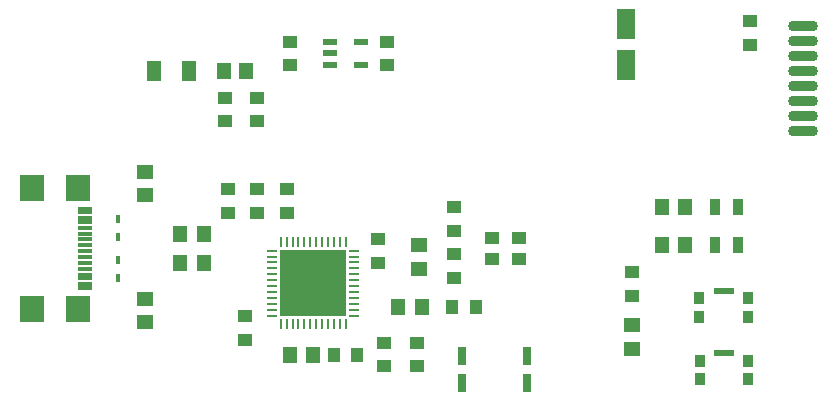
<source format=gtp>
G04*
G04 #@! TF.GenerationSoftware,Altium Limited,Altium Designer,25.8.1 (18)*
G04*
G04 Layer_Color=8421504*
%FSLAX44Y44*%
%MOMM*%
G71*
G04*
G04 #@! TF.SameCoordinates,5983EDC3-4ECE-46C9-A552-0EA99BB4F25C*
G04*
G04*
G04 #@! TF.FilePolarity,Positive*
G04*
G01*
G75*
%ADD16O,0.9000X0.2500*%
%ADD17O,0.2500X0.9000*%
%ADD18R,5.6000X5.6000*%
%ADD19R,1.2500X1.0000*%
%ADD20R,0.7000X1.6000*%
%ADD21R,1.2000X1.4500*%
%ADD22R,1.3000X1.1000*%
%ADD23R,1.4500X1.2000*%
%ADD24R,0.9500X1.4000*%
%ADD25O,2.5400X0.9000*%
%ADD26R,0.9000X1.0000*%
%ADD27R,1.1500X0.3000*%
%ADD28R,0.4200X0.6400*%
%ADD29R,1.0000X1.2500*%
%ADD30R,1.7000X0.5500*%
%ADD31R,1.1500X0.6000*%
%ADD32R,1.6000X2.5000*%
%ADD33R,2.0000X2.1800*%
%ADD34R,1.1700X1.8200*%
%ADD35R,1.1500X1.4500*%
D16*
X1067000Y500500D02*
D03*
Y515500D02*
D03*
Y495500D02*
D03*
X998000Y485500D02*
D03*
X1067000Y525500D02*
D03*
Y485500D02*
D03*
X998000Y495500D02*
D03*
Y500500D02*
D03*
Y510500D02*
D03*
Y515500D02*
D03*
Y520500D02*
D03*
Y525500D02*
D03*
Y530500D02*
D03*
Y535500D02*
D03*
Y540500D02*
D03*
X1067000D02*
D03*
Y535500D02*
D03*
Y530500D02*
D03*
Y510500D02*
D03*
Y505500D02*
D03*
Y490500D02*
D03*
X998000D02*
D03*
X1067000Y520500D02*
D03*
X998000Y505500D02*
D03*
D17*
X1040000Y478500D02*
D03*
X1060000D02*
D03*
X1005000Y547500D02*
D03*
X1050000Y478500D02*
D03*
X1045000D02*
D03*
X1035000D02*
D03*
X1030000D02*
D03*
X1025000D02*
D03*
X1020000D02*
D03*
X1015000D02*
D03*
X1010000D02*
D03*
X1005000D02*
D03*
X1015000Y547500D02*
D03*
X1020000D02*
D03*
X1025000D02*
D03*
X1030000D02*
D03*
X1035000D02*
D03*
X1040000D02*
D03*
X1045000D02*
D03*
X1050000D02*
D03*
X1055000D02*
D03*
X1060000D02*
D03*
X1010000D02*
D03*
X1055000Y478500D02*
D03*
D18*
X1032500Y513000D02*
D03*
D19*
X1120000Y462500D02*
D03*
X1152000Y517500D02*
D03*
X1302500Y502500D02*
D03*
X1010000Y572500D02*
D03*
X975000Y485000D02*
D03*
X960000Y592500D02*
D03*
X957500Y650000D02*
D03*
X1010000Y592500D02*
D03*
X985000D02*
D03*
X985000Y650000D02*
D03*
X1012500Y697500D02*
D03*
X1120000Y442500D02*
D03*
X1092500D02*
D03*
X1302500Y522500D02*
D03*
X1087500Y530000D02*
D03*
X1152000Y537500D02*
D03*
X1095000Y697500D02*
D03*
X1152000Y577500D02*
D03*
X1402500Y715000D02*
D03*
X975000Y465000D02*
D03*
X960000Y572500D02*
D03*
X985000D02*
D03*
X1092500Y462500D02*
D03*
X1095000Y717500D02*
D03*
X1402500Y735000D02*
D03*
X1087500Y550000D02*
D03*
X985000Y670000D02*
D03*
X957500Y670000D02*
D03*
X1012500Y717500D02*
D03*
X1152000Y557500D02*
D03*
D20*
X1158500Y428500D02*
D03*
X1213500Y451500D02*
D03*
X1158500D02*
D03*
X1213500Y428500D02*
D03*
D21*
X1104500Y492500D02*
D03*
X940000Y555000D02*
D03*
Y530000D02*
D03*
X1032500Y452500D02*
D03*
X1012500D02*
D03*
X1327500Y545000D02*
D03*
Y577500D02*
D03*
X920000Y555000D02*
D03*
Y530000D02*
D03*
X1347500Y545000D02*
D03*
Y577500D02*
D03*
X1124500Y492500D02*
D03*
D22*
X1183500Y533500D02*
D03*
Y551500D02*
D03*
X1206500Y533500D02*
D03*
Y551500D02*
D03*
D23*
X1122500Y525000D02*
D03*
X1302500Y477500D02*
D03*
X890000Y480000D02*
D03*
Y607500D02*
D03*
X1302500Y457500D02*
D03*
X890000Y587500D02*
D03*
Y500000D02*
D03*
X1122500Y545000D02*
D03*
D24*
X1392000Y577500D02*
D03*
Y545000D02*
D03*
X1373000D02*
D03*
Y577500D02*
D03*
D25*
X1447500Y680000D02*
D03*
Y654600D02*
D03*
Y667300D02*
D03*
Y705400D02*
D03*
Y641900D02*
D03*
Y692700D02*
D03*
Y718100D02*
D03*
Y730800D02*
D03*
D26*
X1359500Y484500D02*
D03*
X1360000Y431500D02*
D03*
X1359500Y500500D02*
D03*
X1400500D02*
D03*
X1360000Y447500D02*
D03*
X1400500Y484500D02*
D03*
X1401000Y431500D02*
D03*
Y447500D02*
D03*
D27*
X839280Y509000D02*
D03*
Y512000D02*
D03*
Y576000D02*
D03*
Y573000D02*
D03*
Y550000D02*
D03*
Y540000D02*
D03*
Y565000D02*
D03*
Y560000D02*
D03*
Y535000D02*
D03*
Y525000D02*
D03*
Y520000D02*
D03*
Y517000D02*
D03*
Y530000D02*
D03*
Y545000D02*
D03*
Y555000D02*
D03*
Y568000D02*
D03*
D28*
X867500Y517500D02*
D03*
Y567500D02*
D03*
Y552500D02*
D03*
Y532500D02*
D03*
D29*
X1050000Y452500D02*
D03*
X1170000Y492500D02*
D03*
X1070000Y452500D02*
D03*
X1150000Y492500D02*
D03*
D30*
X1380500Y453750D02*
D03*
X1380000Y506750D02*
D03*
D31*
X1047000Y707500D02*
D03*
X1073000Y717000D02*
D03*
X1047000D02*
D03*
Y698000D02*
D03*
X1073000D02*
D03*
D32*
X1297500Y697500D02*
D03*
Y732500D02*
D03*
D33*
X833530Y491400D02*
D03*
Y593600D02*
D03*
X794230Y491400D02*
D03*
Y593600D02*
D03*
D34*
X897300Y692500D02*
D03*
X927700D02*
D03*
D35*
X957191D02*
D03*
X975191D02*
D03*
M02*

</source>
